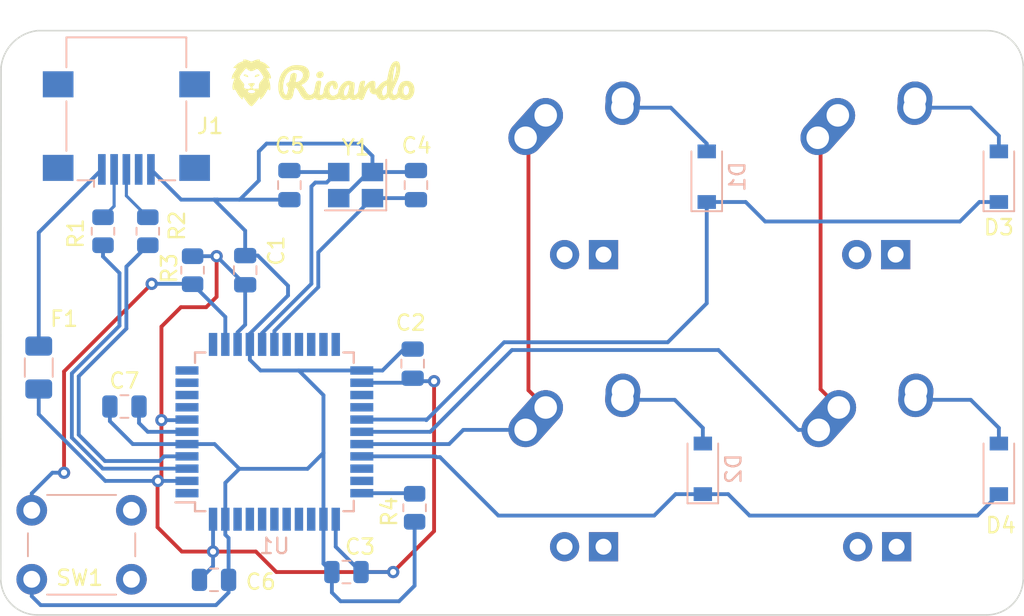
<source format=kicad_pcb>
(kicad_pcb (version 20211014) (generator pcbnew)
  (layers (0 "F.Cu" signal) (31 "B.Cu" signal) (34 "B.Paste" user) (35 "F.Paste" user) (36 "B.SilkS" user "B.Silkscreen") (37 "F.SilkS" user "F.Silkscreen") (38 "B.Mask" user) (39 "F.Mask" user) (44 "Edge.Cuts" user))
  (net 0 "")
  (net 1 "+5V")
  (net 2 "GND")
  (net 3 "Net-(C4-Pad2)")
  (net 4 "Net-(C5-Pad2)")
  (net 5 "Net-(C7-Pad1)")
  (net 6 "/ROW0")
  (net 7 "Net-(D1-Pad2)")
  (net 8 "/ROW1")
  (net 9 "Net-(D2-Pad2)")
  (net 10 "Net-(D3-Pad2)")
  (net 11 "Net-(D4-Pad2)")
  (net 12 "VCC")
  (net 13 "/COL0")
  (net 14 "/COL1")
  (net 15 "/D-")
  (net 16 "Net-(R1-Pad2)")
  (net 17 "/D+")
  (net 18 "Net-(R2-Pad2)")
  (net 19 "Net-(R3-Pad2)")
  (net 20 "Net-(R4-Pad1)")
  (footprint "LOGO" (layer "F.Cu") (at 60.706 82.804)
    (fp_text reference "G***" hide)
    (fp_text value "LOGO" hide)
  )
  (footprint "MX_Alps_Hybrid:MX-1U" (layer "F.Cu") (at 77.724 107.95)
    (fp_text reference "MX2")
    (fp_text value "MX-NoLED")
    (pad "" np_thru_hole circle locked (at -5.08 0 48.0996) (size 1.75 1.75) (drill 1.75) (layers *.Cu *.Mask))
    (pad "" np_thru_hole circle locked (at 5.08 0 48.0996) (size 1.75 1.75) (drill 1.75) (layers *.Cu *.Mask))
    (pad "" np_thru_hole circle locked (at 0 0) (size 3.9878 3.9878) (drill 3.9878) (layers *.Cu *.Mask))
    (pad "1" thru_hole oval locked (at -3.81 -2.54 48.0996) (size 4.211556 2.25) (drill 1.47 (offset 0.980778 0)) (layers *.Cu "B.Mask") (net 13 "/COL0"))
    (pad "1" thru_hole circle locked (at -2.5 -4) (size 2.25 2.25) (drill 1.47) (layers *.Cu "B.Mask") (net 13 "/COL0"))
    (pad "2" thru_hole oval locked (at 2.5 -4.5 86.0548) (size 2.831378 2.25) (drill 1.47 (offset 0.290689 0)) (layers *.Cu "B.Mask") (net 9 "Net-(D2-Pad2)"))
    (pad "2" thru_hole circle locked (at 2.54 -5.08) (size 2.25 2.25) (drill 1.47) (layers *.Cu "B.Mask") (net 9 "Net-(D2-Pad2)"))
    (pad "3" thru_hole circle locked (at -1.27 5.08) (size 1.905 1.905) (drill 1.04) (layers *.Cu "B.Mask"))
    (pad "4" thru_hole rect locked (at 1.27 5.08) (size 1.905 1.905) (drill 1.04) (layers *.Cu "B.Mask"))
  )
  (footprint "MX_Alps_Hybrid:MX-1U" (layer "F.Cu") (at 96.774 88.9)
    (fp_text reference "MX3")
    (fp_text value "MX-NoLED")
    (pad "" np_thru_hole circle locked (at 5.08 0 48.0996) (size 1.75 1.75) (drill 1.75) (layers *.Cu *.Mask))
    (pad "" np_thru_hole circle locked (at 0 0) (size 3.9878 3.9878) (drill 3.9878) (layers *.Cu *.Mask))
    (pad "" np_thru_hole circle locked (at -5.08 0 48.0996) (size 1.75 1.75) (drill 1.75) (layers *.Cu *.Mask))
    (pad "1" thru_hole oval locked (at -3.81 -2.54 48.0996) (size 4.211556 2.25) (drill 1.47 (offset 0.980778 0)) (layers *.Cu "B.Mask") (net 14 "/COL1"))
    (pad "1" thru_hole circle locked (at -2.5 -4) (size 2.25 2.25) (drill 1.47) (layers *.Cu "B.Mask") (net 14 "/COL1"))
    (pad "2" thru_hole oval locked (at 2.5 -4.5 86.0548) (size 2.831378 2.25) (drill 1.47 (offset 0.290689 0)) (layers *.Cu "B.Mask") (net 10 "Net-(D3-Pad2)"))
    (pad "2" thru_hole circle locked (at 2.54 -5.08) (size 2.25 2.25) (drill 1.47) (layers *.Cu "B.Mask") (net 10 "Net-(D3-Pad2)"))
    (pad "3" thru_hole circle locked (at -1.27 5.08) (size 1.905 1.905) (drill 1.04) (layers *.Cu "B.Mask"))
    (pad "4" thru_hole rect locked (at 1.27 5.08) (size 1.905 1.905) (drill 1.04) (layers *.Cu "B.Mask"))
  )
  (footprint "MX_Alps_Hybrid:MX-1U" (layer "F.Cu") (at 77.724 88.9)
    (fp_text reference "MX1")
    (fp_text value "MX-NoLED")
    (pad "" np_thru_hole circle locked (at 5.08 0 48.0996) (size 1.75 1.75) (drill 1.75) (layers *.Cu *.Mask))
    (pad "" np_thru_hole circle locked (at -5.08 0 48.0996) (size 1.75 1.75) (drill 1.75) (layers *.Cu *.Mask))
    (pad "" np_thru_hole circle locked (at 0 0) (size 3.9878 3.9878) (drill 3.9878) (layers *.Cu *.Mask))
    (pad "1" thru_hole circle locked (at -2.5 -4) (size 2.25 2.25) (drill 1.47) (layers *.Cu "B.Mask") (net 13 "/COL0"))
    (pad "1" thru_hole oval locked (at -3.81 -2.54 48.0996) (size 4.211556 2.25) (drill 1.47 (offset 0.980778 0)) (layers *.Cu "B.Mask") (net 13 "/COL0"))
    (pad "2" thru_hole oval locked (at 2.5 -4.5 86.0548) (size 2.831378 2.25) (drill 1.47 (offset 0.290689 0)) (layers *.Cu "B.Mask") (net 7 "Net-(D1-Pad2)"))
    (pad "2" thru_hole circle locked (at 2.54 -5.08) (size 2.25 2.25) (drill 1.47) (layers *.Cu "B.Mask") (net 7 "Net-(D1-Pad2)"))
    (pad "3" thru_hole circle locked (at -1.27 5.08) (size 1.905 1.905) (drill 1.04) (layers *.Cu "B.Mask"))
    (pad "4" thru_hole rect locked (at 1.27 5.08) (size 1.905 1.905) (drill 1.04) (layers *.Cu "B.Mask"))
  )
  (footprint "MX_Alps_Hybrid:MX-1U" (layer "F.Cu") (at 96.8375 107.95)
    (fp_text reference "MX4")
    (fp_text value "MX-NoLED")
    (pad "" np_thru_hole circle locked (at 0 0) (size 3.9878 3.9878) (drill 3.9878) (layers *.Cu *.Mask))
    (pad "" np_thru_hole circle locked (at 5.08 0 48.0996) (size 1.75 1.75) (drill 1.75) (layers *.Cu *.Mask))
    (pad "" np_thru_hole circle locked (at -5.08 0 48.0996) (size 1.75 1.75) (drill 1.75) (layers *.Cu *.Mask))
    (pad "1" thru_hole oval locked (at -3.81 -2.54 48.0996) (size 4.211556 2.25) (drill 1.47 (offset 0.980778 0)) (layers *.Cu "B.Mask") (net 14 "/COL1"))
    (pad "1" thru_hole circle locked (at -2.5 -4) (size 2.25 2.25) (drill 1.47) (layers *.Cu "B.Mask") (net 14 "/COL1"))
    (pad "2" thru_hole circle locked (at 2.54 -5.08) (size 2.25 2.25) (drill 1.47) (layers *.Cu "B.Mask") (net 11 "Net-(D4-Pad2)"))
    (pad "2" thru_hole oval locked (at 2.5 -4.5 86.0548) (size 2.831378 2.25) (drill 1.47 (offset 0.290689 0)) (layers *.Cu "B.Mask") (net 11 "Net-(D4-Pad2)"))
    (pad "3" thru_hole circle locked (at -1.27 5.08) (size 1.905 1.905) (drill 1.04) (layers *.Cu "B.Mask"))
    (pad "4" thru_hole rect locked (at 1.27 5.08) (size 1.905 1.905) (drill 1.04) (layers *.Cu "B.Mask"))
  )
  (footprint "Resistor_SMD:R_0805_2012Metric" (layer "B.Cu") (at 46.355 92.456 -90)
    (fp_text reference "R1" (at 0.1505 1.778 -270) (layer "F.SilkS"))
    (fp_text value "22")
    (pad "1" smd roundrect (at -0.9125 0 270) (size 1.025 1.4) (layers "B.Cu" "B.Paste" "B.Mask") (roundrect_rratio 0.243902) (net 15 "/D-"))
    (pad "2" smd roundrect (at 0.9125 0 270) (size 1.025 1.4) (layers "B.Cu" "B.Paste" "B.Mask") (roundrect_rratio 0.243902) (net 16 "Net-(R1-Pad2)"))
  )
  (footprint "Fuse:Fuse_1206_3216Metric" (layer "B.Cu") (at 42.164 101.346 -90)
    (fp_text reference "F1" (at -3.175 -1.651 -180) (layer "F.SilkS"))
    (fp_text value "500mA")
    (pad "1" smd roundrect (at -1.4 0 270) (size 1.25 1.75) (layers "B.Cu" "B.Paste" "B.Mask") (roundrect_rratio 0.2) (net 12 "VCC"))
    (pad "2" smd roundrect (at 1.4 0 270) (size 1.25 1.75) (layers "B.Cu" "B.Paste" "B.Mask") (roundrect_rratio 0.2) (net 1 "+5V"))
  )
  (footprint "Capacitor_SMD:C_0805_2012Metric" (layer "B.Cu") (at 53.594 115.189)
    (fp_text reference "C6" (at 3.048 0.127) (layer "F.SilkS"))
    (fp_text value "10uF")
    (pad "1" smd roundrect (at -0.95 0) (size 1 1.45) (layers "B.Cu" "B.Paste" "B.Mask") (net 1 "+5V"))
    (pad "2" smd roundrect (at 0.95 0) (size 1 1.45) (layers "B.Cu" "B.Paste" "B.Mask") (net 2 "GND"))
  )
  (footprint "Diode_SMD:D_SOD-123" (layer "B.Cu") (at 85.471 107.95 90)
    (fp_text reference "D2" (at 0 2 90) (layer "B.SilkS") (effects (justify mirror)))
    (fp_text value "D_Small")
    (pad "1" smd rect (at -1.65 0 90) (size 0.9 1.2) (layers "B.Cu" "B.Paste" "B.Mask") (net 8 "/ROW1"))
    (pad "2" smd rect (at 1.65 0 90) (size 0.9 1.2) (layers "B.Cu" "B.Paste" "B.Mask") (net 9 "Net-(D2-Pad2)"))
  )
  (footprint "Capacitor_SMD:C_0805_2012Metric" (layer "B.Cu") (at 66.548 101.092 90)
    (fp_text reference "C2" (at 2.667 -0.127) (layer "F.SilkS"))
    (fp_text value "0.1uF")
    (pad "1" smd roundrect (at -0.95 0 90) (size 1 1.45) (layers "B.Cu" "B.Paste" "B.Mask") (net 1 "+5V"))
    (pad "2" smd roundrect (at 0.95 0 90) (size 1 1.45) (layers "B.Cu" "B.Paste" "B.Mask") (net 2 "GND"))
  )
  (footprint "Connector_USB:USB_Mini-B_Lumberg_2486_01_Horizontal" (layer "B.Cu") (at 47.879 85.725)
    (fp_text reference "J1" (at 5.461 -0.127) (layer "F.SilkS"))
    (fp_text value "USB_B_Mini")
    (pad "" np_thru_hole circle (at 2.2 0) (size 1 1) (drill 1) (layers *.Cu *.Mask))
    (pad "" np_thru_hole circle (at -2.2 0) (size 1 1) (drill 1) (layers *.Cu *.Mask))
    (pad "1" smd rect (at -1.6 2.7) (size 0.5 2) (layers "B.Cu" "B.Paste" "B.Mask") (net 12 "VCC"))
    (pad "2" smd rect (at -0.8 2.7) (size 0.5 2) (layers "B.Cu" "B.Paste" "B.Mask") (net 15 "/D-"))
    (pad "3" smd rect (at 0 2.7) (size 0.5 2) (layers "B.Cu" "B.Paste" "B.Mask") (net 17 "/D+"))
    (pad "4" smd rect (at 0.8 2.7) (size 0.5 2) (layers "B.Cu" "B.Paste" "B.Mask"))
    (pad "5" smd rect (at 1.6 2.7) (size 0.5 2) (layers "B.Cu" "B.Paste" "B.Mask") (net 2 "GND"))
    (pad "6" smd rect (at -4.45 2.6) (size 2 1.7) (layers "B.Cu" "B.Paste" "B.Mask"))
    (pad "6" smd rect (at 4.45 -2.85) (size 2 1.7) (layers "B.Cu" "B.Paste" "B.Mask"))
    (pad "6" smd rect (at -4.45 -2.85) (size 2 1.7) (layers "B.Cu" "B.Paste" "B.Mask"))
    (pad "6" smd rect (at 4.45 2.6) (size 2 1.7) (layers "B.Cu" "B.Paste" "B.Mask"))
  )
  (footprint "Resistor_SMD:R_0805_2012Metric" (layer "B.Cu") (at 66.675 110.49 -90)
    (fp_text reference "R4" (at 0.254 1.651 -90) (layer "F.SilkS"))
    (fp_text value "10K")
    (pad "1" smd roundrect (at -0.9125 0 270) (size 1.025 1.4) (layers "B.Cu" "B.Paste" "B.Mask") (roundrect_rratio 0.243902) (net 20 "Net-(R4-Pad1)"))
    (pad "2" smd roundrect (at 0.9125 0 270) (size 1.025 1.4) (layers "B.Cu" "B.Paste" "B.Mask") (roundrect_rratio 0.243902) (net 2 "GND"))
  )
  (footprint "Capacitor_SMD:C_0805_2012Metric" (layer "B.Cu") (at 55.626 94.996 90)
    (fp_text reference "C1" (at 1.27 2.032 90) (layer "F.SilkS"))
    (fp_text value "0.1uF")
    (pad "1" smd roundrect (at -0.95 0 90) (size 1 1.45) (layers "B.Cu" "B.Paste" "B.Mask") (net 1 "+5V"))
    (pad "2" smd roundrect (at 0.95 0 90) (size 1 1.45) (layers "B.Cu" "B.Paste" "B.Mask") (net 2 "GND"))
  )
  (footprint "Package_QFP:TQFP-44_10x10mm_P0.8mm" (layer "B.Cu") (at 57.531 105.537)
    (fp_text reference "U1" (at 0 7.45) (layer "B.SilkS") (effects (justify mirror)))
    (fp_text value "ATmega32U4-A")
    (pad "1" smd rect (at -5.7 4) (size 1.5 0.55) (layers "B.Cu" "B.Paste" "B.Mask"))
    (pad "2" smd rect (at -5.7 3.2) (size 1.5 0.55) (layers "B.Cu" "B.Paste" "B.Mask") (net 1 "+5V"))
    (pad "3" smd rect (at -5.7 2.4) (size 1.5 0.55) (layers "B.Cu" "B.Paste" "B.Mask") (net 16 "Net-(R1-Pad2)"))
    (pad "4" smd rect (at -5.7 1.6) (size 1.5 0.55) (layers "B.Cu" "B.Paste" "B.Mask") (net 18 "Net-(R2-Pad2)"))
    (pad "5" smd rect (at -5.7 0.8) (size 1.5 0.55) (layers "B.Cu" "B.Paste" "B.Mask") (net 2 "GND"))
    (pad "6" smd rect (at -5.7 0) (size 1.5 0.55) (layers "B.Cu" "B.Paste" "B.Mask") (net 5 "Net-(C7-Pad1)"))
    (pad "7" smd rect (at -5.7 -0.8) (size 1.5 0.55) (layers "B.Cu" "B.Paste" "B.Mask") (net 1 "+5V"))
    (pad "8" smd rect (at -5.7 -1.6) (size 1.5 0.55) (layers "B.Cu" "B.Paste" "B.Mask"))
    (pad "9" smd rect (at -5.7 -2.4) (size 1.5 0.55) (layers "B.Cu" "B.Paste" "B.Mask"))
    (pad "10" smd rect (at -5.7 -3.2) (size 1.5 0.55) (layers "B.Cu" "B.Paste" "B.Mask"))
    (pad "11" smd rect (at -5.7 -4) (size 1.5 0.55) (layers "B.Cu" "B.Paste" "B.Mask"))
    (pad "12" smd rect (at -4 -5.7 270) (size 1.5 0.55) (layers "B.Cu" "B.Paste" "B.Mask"))
    (pad "13" smd rect (at -3.2 -5.7 270) (size 1.5 0.55) (layers "B.Cu" "B.Paste" "B.Mask") (net 19 "Net-(R3-Pad2)"))
    (pad "14" smd rect (at -2.4 -5.7 270) (size 1.5 0.55) (layers "B.Cu" "B.Paste" "B.Mask") (net 1 "+5V"))
    (pad "15" smd rect (at -1.6 -5.7 270) (size 1.5 0.55) (layers "B.Cu" "B.Paste" "B.Mask") (net 2 "GND"))
    (pad "16" smd rect (at -0.8 -5.7 270) (size 1.5 0.55) (layers "B.Cu" "B.Paste" "B.Mask") (net 4 "Net-(C5-Pad2)"))
    (pad "17" smd rect (at 0 -5.7 270) (size 1.5 0.55) (layers "B.Cu" "B.Paste" "B.Mask") (net 3 "Net-(C4-Pad2)"))
    (pad "18" smd rect (at 0.8 -5.7 270) (size 1.5 0.55) (layers "B.Cu" "B.Paste" "B.Mask"))
    (pad "19" smd rect (at 1.6 -5.7 270) (size 1.5 0.55) (layers "B.Cu" "B.Paste" "B.Mask"))
    (pad "20" smd rect (at 2.4 -5.7 270) (size 1.5 0.55) (layers "B.Cu" "B.Paste" "B.Mask"))
    (pad "21" smd rect (at 3.2 -5.7 270) (size 1.5 0.55) (layers "B.Cu" "B.Paste" "B.Mask"))
    (pad "22" smd rect (at 4 -5.7 270) (size 1.5 0.55) (layers "B.Cu" "B.Paste" "B.Mask"))
    (pad "23" smd rect (at 5.7 -4) (size 1.5 0.55) (layers "B.Cu" "B.Paste" "B.Mask") (net 2 "GND"))
    (pad "24" smd rect (at 5.7 -3.2) (size 1.5 0.55) (layers "B.Cu" "B.Paste" "B.Mask") (net 1 "+5V"))
    (pad "25" smd rect (at 5.7 -2.4) (size 1.5 0.55) (layers "B.Cu" "B.Paste" "B.Mask"))
    (pad "26" smd rect (at 5.7 -1.6) (size 1.5 0.55) (layers "B.Cu" "B.Paste" "B.Mask"))
    (pad "27" smd rect (at 5.7 -0.8) (size 1.5 0.55) (layers "B.Cu" "B.Paste" "B.Mask") (net 6 "/ROW0"))
    (pad "28" smd rect (at 5.7 0) (size 1.5 0.55) (layers "B.Cu" "B.Paste" "B.Mask") (net 14 "/COL1"))
    (pad "29" smd rect (at 5.7 0.8) (size 1.5 0.55) (layers "B.Cu" "B.Paste" "B.Mask") (net 13 "/COL0"))
    (pad "30" smd rect (at 5.7 1.6) (size 1.5 0.55) (layers "B.Cu" "B.Paste" "B.Mask") (net 8 "/ROW1"))
    (pad "31" smd rect (at 5.7 2.4) (size 1.5 0.55) (layers "B.Cu" "B.Paste" "B.Mask"))
    (pad "32" smd rect (at 5.7 3.2) (size 1.5 0.55) (layers "B.Cu" "B.Paste" "B.Mask"))
    (pad "33" smd rect (at 5.7 4) (size 1.5 0.55) (layers "B.Cu" "B.Paste" "B.Mask") (net 20 "Net-(R4-Pad1)"))
    (pad "34" smd rect (at 4 5.7 270) (size 1.5 0.55) (layers "B.Cu" "B.Paste" "B.Mask") (net 1 "+5V"))
    (pad "35" smd rect (at 3.2 5.7 270) (size 1.5 0.55) (layers "B.Cu" "B.Paste" "B.Mask") (net 2 "GND"))
    (pad "36" smd rect (at 2.4 5.7 270) (size 1.5 0.55) (layers "B.Cu" "B.Paste" "B.Mask"))
    (pad "37" smd rect (at 1.6 5.7 270) (size 1.5 0.55) (layers "B.Cu" "B.Paste" "B.Mask"))
    (pad "38" smd rect (at 0.8 5.7 270) (size 1.5 0.55) (layers "B.Cu" "B.Paste" "B.Mask"))
    (pad "39" smd rect (at 0 5.7 270) (size 1.5 0.55) (layers "B.Cu" "B.Paste" "B.Mask"))
    (pad "40" smd rect (at -0.8 5.7 270) (size 1.5 0.55) (layers "B.Cu" "B.Paste" "B.Mask"))
    (pad "41" smd rect (at -1.6 5.7 270) (size 1.5 0.55) (layers "B.Cu" "B.Paste" "B.Mask"))
    (pad "42" smd rect (at -2.4 5.7 270) (size 1.5 0.55) (layers "B.Cu" "B.Paste" "B.Mask"))
    (pad "43" smd rect (at -3.2 5.7 270) (size 1.5 0.55) (layers "B.Cu" "B.Paste" "B.Mask") (net 2 "GND"))
    (pad "44" smd rect (at -4 5.7 270) (size 1.5 0.55) (layers "B.Cu" "B.Paste" "B.Mask") (net 1 "+5V"))
  )
  (footprint "Capacitor_SMD:C_0805_2012Metric" (layer "B.Cu") (at 47.752 103.886 180)
    (fp_text reference "C7" (at 0 1.68) (layer "F.SilkS"))
    (fp_text value "1uF")
    (pad "1" smd roundrect (at -0.95 0 180) (size 1 1.45) (layers "B.Cu" "B.Paste" "B.Mask") (net 5 "Net-(C7-Pad1)"))
    (pad "2" smd roundrect (at 0.95 0 180) (size 1 1.45) (layers "B.Cu" "B.Paste" "B.Mask") (net 2 "GND"))
  )
  (footprint "Button_Switch_THT:SW_PUSH_6mm" (layer "B.Cu") (at 41.708 115.153)
    (fp_text reference "SW1" (at 3.123 -0.091) (layer "F.SilkS"))
    (fp_text value "SW_Push")
    (pad "1" thru_hole circle (at 6.5 0 270) (size 2 2) (drill 1.1) (layers *.Cu *.Mask) (net 2 "GND"))
    (pad "1" thru_hole circle (at 0 0 270) (size 2 2) (drill 1.1) (layers *.Cu *.Mask) (net 2 "GND"))
    (pad "2" thru_hole circle (at 0 -4.5 270) (size 2 2) (drill 1.1) (layers *.Cu *.Mask) (net 19 "Net-(R3-Pad2)"))
    (pad "2" thru_hole circle (at 6.5 -4.5 270) (size 2 2) (drill 1.1) (layers *.Cu *.Mask) (net 19 "Net-(R3-Pad2)"))
  )
  (footprint "Diode_SMD:D_SOD-123" (layer "B.Cu") (at 104.775 107.95 90)
    (fp_text reference "D4" (at -3.683 0.127 180) (layer "F.SilkS"))
    (fp_text value "D_Small")
    (pad "1" smd rect (at -1.65 0 90) (size 0.9 1.2) (layers "B.Cu" "B.Paste" "B.Mask") (net 8 "/ROW1"))
    (pad "2" smd rect (at 1.65 0 90) (size 0.9 1.2) (layers "B.Cu" "B.Paste" "B.Mask") (net 11 "Net-(D4-Pad2)"))
  )
  (footprint "Resistor_SMD:R_0805_2012Metric" (layer "B.Cu") (at 52.197 94.996 -90)
    (fp_text reference "R3" (at -0.127 1.524 -270) (layer "F.SilkS"))
    (fp_text value "10K")
    (pad "1" smd roundrect (at -0.9125 0 270) (size 1.025 1.4) (layers "B.Cu" "B.Paste" "B.Mask") (roundrect_rratio 0.243902) (net 1 "+5V"))
    (pad "2" smd roundrect (at 0.9125 0 270) (size 1.025 1.4) (layers "B.Cu" "B.Paste" "B.Mask") (roundrect_rratio 0.243902) (net 19 "Net-(R3-Pad2)"))
  )
  (footprint "Capacitor_SMD:C_0805_2012Metric" (layer "B.Cu") (at 62.23 114.681 180)
    (fp_text reference "C3" (at -0.889 1.651) (layer "F.SilkS"))
    (fp_text value "0.1uF")
    (pad "1" smd roundrect (at -0.95 0 180) (size 1 1.45) (layers "B.Cu" "B.Paste" "B.Mask") (net 1 "+5V"))
    (pad "2" smd roundrect (at 0.95 0 180) (size 1 1.45) (layers "B.Cu" "B.Paste" "B.Mask") (net 2 "GND"))
  )
  (footprint "Crystal:Crystal_SMD_3225-4Pin_3.2x2.5mm" (layer "B.Cu") (at 62.826 89.447 180)
    (fp_text reference "Y1" (at 0 2.45) (layer "F.SilkS"))
    (fp_text value "16MHz")
    (pad "1" smd rect (at -1.1 -0.85 180) (size 1.4 1.2) (layers "B.Cu" "B.Paste" "B.Mask") (net 3 "Net-(C4-Pad2)"))
    (pad "2" smd rect (at 1.1 -0.85 180) (size 1.4 1.2) (layers "B.Cu" "B.Paste" "B.Mask") (net 2 "GND"))
    (pad "3" smd rect (at 1.1 0.85 180) (size 1.4 1.2) (layers "B.Cu" "B.Paste" "B.Mask") (net 4 "Net-(C5-Pad2)"))
    (pad "4" smd rect (at -1.1 0.85 180) (size 1.4 1.2) (layers "B.Cu" "B.Paste" "B.Mask") (net 2 "GND"))
  )
  (footprint "Capacitor_SMD:C_0805_2012Metric" (layer "B.Cu") (at 58.508 89.447 90)
    (fp_text reference "C5" (at 2.579 0.039 180) (layer "F.SilkS"))
    (fp_text value "22pF")
    (pad "1" smd roundrect (at -0.95 0 90) (size 1 1.45) (layers "B.Cu" "B.Paste" "B.Mask") (net 2 "GND"))
    (pad "2" smd roundrect (at 0.95 0 90) (size 1 1.45) (layers "B.Cu" "B.Paste" "B.Mask") (net 4 "Net-(C5-Pad2)"))
  )
  (footprint "Resistor_SMD:R_0805_2012Metric" (layer "B.Cu") (at 49.276 92.456 -90)
    (fp_text reference "R2" (at -0.3575 -1.905 -270) (layer "F.SilkS"))
    (fp_text value "22")
    (pad "1" smd roundrect (at -0.9125 0 270) (size 1.025 1.4) (layers "B.Cu" "B.Paste" "B.Mask") (roundrect_rratio 0.243902) (net 17 "/D+"))
    (pad "2" smd roundrect (at 0.9125 0 270) (size 1.025 1.4) (layers "B.Cu" "B.Paste" "B.Mask") (roundrect_rratio 0.243902) (net 18 "Net-(R2-Pad2)"))
  )
  (footprint "Diode_SMD:D_SOD-123" (layer "B.Cu") (at 104.775 88.9 90)
    (fp_text reference "D3" (at -3.302 0 180) (layer "F.SilkS"))
    (fp_text value "D_Small")
    (pad "1" smd rect (at -1.65 0 90) (size 0.9 1.2) (layers "B.Cu" "B.Paste" "B.Mask") (net 6 "/ROW0"))
    (pad "2" smd rect (at 1.65 0 90) (size 0.9 1.2) (layers "B.Cu" "B.Paste" "B.Mask") (net 10 "Net-(D3-Pad2)"))
  )
  (footprint "Diode_SMD:D_SOD-123" (layer "B.Cu") (at 85.725 88.9 90)
    (fp_text reference "D1" (at 0 2 90) (layer "B.SilkS") (effects (justify mirror)))
    (fp_text value "D_Small")
    (pad "1" smd rect (at -1.65 0 90) (size 0.9 1.2) (layers "B.Cu" "B.Paste" "B.Mask") (net 6 "/ROW0"))
    (pad "2" smd rect (at 1.65 0 90) (size 0.9 1.2) (layers "B.Cu" "B.Paste" "B.Mask") (net 7 "Net-(D1-Pad2)"))
  )
  (footprint "Capacitor_SMD:C_0805_2012Metric" (layer "B.Cu") (at 66.763 89.447 -90)
    (fp_text reference "C4" (at -2.579 -0.039 -180) (layer "F.SilkS"))
    (fp_text value "22pF")
    (pad "1" smd roundrect (at -0.95 0 270) (size 1 1.45) (layers "B.Cu" "B.Paste" "B.Mask") (net 2 "GND"))
    (pad "2" smd roundrect (at 0.95 0 270) (size 1 1.45) (layers "B.Cu" "B.Paste" "B.Mask") (net 3 "Net-(C4-Pad2)"))
  )
  (gr_arc (start 103.98125 79.375) (mid 105.665048 80.072452) (end 106.3625 81.75625) (layer "Edge.Cuts") (width 0.1))
  (gr_line (start 106.3625 81.75625) (end 106.3625 115.09375) (layer "Edge.Cuts") (width 0.1))
  (gr_arc (start 42.06875 117.475) (mid 40.384952 116.777548) (end 39.6875 115.09375) (layer "Edge.Cuts") (width 0.1))
  (gr_line (start 42.088763 79.375) (end 103.98125 79.375) (layer "Edge.Cuts") (width 0.1))
  (gr_arc (start 39.707513 81.75625) (mid 40.481253 80.14874) (end 42.088763 79.375) (layer "Edge.Cuts") (width 0.1))
  (gr_line (start 39.707513 81.75625) (end 39.6875 115.09375) (layer "Edge.Cuts") (width 0.1))
  (gr_line (start 103.98125 117.475) (end 42.06875 117.475) (layer "Edge.Cuts") (width 0.1))
  (gr_arc (start 106.3625 115.09375) (mid 105.665048 116.777548) (end 103.98125 117.475) (layer "Edge.Cuts") (width 0.1))
  (segment (start 67.945 112.014) (end 67.945 102.362) (width 0.25) (layer "F.Cu") (net 1))
  (segment (start 53.531 113.347) (end 51.498 113.347) (width 0.25) (layer "F.Cu") (net 1))
  (segment (start 53.7635 96.7315) (end 53.7635 94.0835) (width 0.25) (layer "F.Cu") (net 1))
  (segment (start 49.911 111.76) (end 49.911 108.762) (width 0.25) (layer "F.Cu") (net 1))
  (segment (start 65.278 114.681) (end 67.945 112.014) (width 0.25) (layer "F.Cu") (net 1))
  (segment (start 57.658 114.681) (end 56.324 113.347) (width 0.25) (layer "F.Cu") (net 1))
  (segment (start 65.278 114.681) (end 57.658 114.681) (width 0.25) (layer "F.Cu") (net 1))
  (segment (start 49.911 108.762) (end 49.936 108.737) (width 0.25) (layer "F.Cu") (net 1))
  (segment (start 50.165 98.679) (end 51.435 97.409) (width 0.25) (layer "F.Cu") (net 1))
  (segment (start 53.086 97.409) (end 53.7635 96.7315) (width 0.25) (layer "F.Cu") (net 1))
  (segment (start 67.945 102.362) (end 67.945 102.235) (width 0.25) (layer "F.Cu") (net 1))
  (segment (start 51.435 97.409) (end 53.086 97.409) (width 0.25) (layer "F.Cu") (net 1))
  (segment (start 50.165 104.775) (end 50.165 98.679) (width 0.25) (layer "F.Cu") (net 1))
  (segment (start 56.324 113.347) (end 53.531 113.347) (width 0.25) (layer "F.Cu") (net 1))
  (segment (start 51.498 113.347) (end 49.911 111.76) (width 0.25) (layer "F.Cu") (net 1))
  (segment (start 50.165 108.508) (end 50.165 104.775) (width 0.25) (layer "F.Cu") (net 1))
  (segment (start 49.936 108.737) (end 50.165 108.508) (width 0.25) (layer "F.Cu") (net 1))
  (via (at 67.945 102.235) (size 0.8) (drill 0.4) (layers "F.Cu" "B.Cu") (net 1))
  (via (at 49.936 108.737) (size 0.8) (drill 0.4) (layers "F.Cu" "B.Cu") (net 1))
  (via (at 65.278 114.681) (size 0.8) (drill 0.4) (layers "F.Cu" "B.Cu") (net 1))
  (via (at 53.531 113.347) (size 0.8) (drill 0.4) (layers "F.Cu" "B.Cu") (net 1))
  (via (at 53.7635 94.0835) (size 0.8) (drill 0.4) (layers "F.Cu" "B.Cu") (net 1))
  (via (at 50.165 104.775) (size 0.8) (drill 0.4) (layers "F.Cu" "B.Cu") (net 1))
  (segment (start 55.131 99.047) (end 55.626 98.552) (width 0.25) (layer "B.Cu") (net 1))
  (segment (start 46.505604 108.737) (end 42.164 104.395396) (width 0.25) (layer "B.Cu") (net 1))
  (segment (start 52.197 94.0835) (end 53.7635 94.0835) (width 0.25) (layer "B.Cu") (net 1))
  (segment (start 53.531 113.347) (end 53.531 111.237) (width 0.25) (layer "B.Cu") (net 1))
  (segment (start 55.626 95.946) (end 55.626 98.552) (width 0.25) (layer "B.Cu") (net 1))
  (segment (start 53.7635 94.0835) (end 55.626 95.946) (width 0.25) (layer "B.Cu") (net 1))
  (segment (start 61.531 113.032) (end 63.18 114.681) (width 0.25) (layer "B.Cu") (net 1))
  (segment (start 42.164 104.395396) (end 42.164 102.746) (width 0.25) (layer "B.Cu") (net 1))
  (segment (start 55.131 99.837) (end 55.131 99.047) (width 0.25) (layer "B.Cu") (net 1))
  (segment (start 67.945 102.235) (end 66.741 102.235) (width 0.25) (layer "B.Cu") (net 1))
  (segment (start 50.165 104.775) (end 51.793 104.775) (width 0.25) (layer "B.Cu") (net 1))
  (segment (start 66.741 102.235) (end 66.548 102.042) (width 0.25) (layer "B.Cu") (net 1))
  (segment (start 53.531 114.302) (end 53.531 113.347) (width 0.25) (layer "B.Cu") (net 1))
  (segment (start 52.644 115.189) (end 53.531 114.302) (width 0.25) (layer "B.Cu") (net 1))
  (segment (start 61.531 111.237) (end 61.531 113.032) (width 0.25) (layer "B.Cu") (net 1))
  (segment (start 51.793 104.775) (end 51.831 104.737) (width 0.25) (layer "B.Cu") (net 1))
  (segment (start 66.548 102.042) (end 66.253 102.337) (width 0.25) (layer "B.Cu") (net 1))
  (segment (start 66.253 102.337) (end 63.231 102.337) (width 0.25) (layer "B.Cu") (net 1))
  (segment (start 49.936 108.737) (end 46.505604 108.737) (width 0.25) (layer "B.Cu") (net 1))
  (segment (start 51.831 108.737) (end 49.936 108.737) (width 0.25) (layer "B.Cu") (net 1))
  (segment (start 63.18 114.681) (end 65.278 114.681) (width 0.25) (layer "B.Cu") (net 1))
  (segment (start 55.626 92.421) (end 53.602 90.397) (width 0.25) (layer "B.Cu") (net 2))
  (segment (start 63.926 87.548) (end 63.119 86.741) (width 0.25) (layer "B.Cu") (net 2))
  (segment (start 54.331 112.248) (end 54.331 111.237) (width 0.25) (layer "B.Cu") (net 2))
  (segment (start 63.926 88.597) (end 63.676 88.597) (width 0.25) (layer "B.Cu") (net 2))
  (segment (start 55.931 99.837) (end 55.931 100.837) (width 0.25) (layer "B.Cu") (net 2))
  (segment (start 63.119 86.741) (end 57.023 86.741) (width 0.25) (layer "B.Cu") (net 2))
  (segment (start 53.602 90.397) (end 53.821 90.397) (width 0.25) (layer "B.Cu") (net 2))
  (segment (start 41.708 116.257) (end 42.291 116.84) (width 0.25) (layer "B.Cu") (net 2))
  (segment (start 55.218 90.397) (end 58.508 90.397) (width 0.25) (layer "B.Cu") (net 2))
  (segment (start 60.731 106.909) (end 60.731 103.149) (width 0.25) (layer "B.Cu") (net 2))
  (segment (start 66.663 88.597) (end 63.926 88.597) (width 0.25) (layer "B.Cu") (net 2))
  (segment (start 64.579 101.537) (end 63.231 101.537) (width 0.25) (layer "B.Cu") (net 2))
  (segment (start 56.454 94.046) (end 55.626 94.046) (width 0.25) (layer "B.Cu") (net 2))
  (segment (start 61.28 114.681) (end 61.28 116.017) (width 0.25) (layer "B.Cu") (net 2))
  (segment (start 65.659 116.586) (end 61.849 116.586) (width 0.25) (layer "B.Cu") (net 2))
  (segment (start 63.926 88.597) (end 63.926 87.548) (width 0.25) (layer "B.Cu") (net 2))
  (segment (start 49.479 88.425) (end 51.451 90.397) (width 0.25) (layer "B.Cu") (net 2))
  (segment (start 59.69 107.95) (end 60.731 106.909) (width 0.25) (layer "B.Cu") (net 2))
  (segment (start 66.548 100.142) (end 65.974 100.142) (width 0.25) (layer "B.Cu") (net 2))
  (segment (start 55.272 90.397) (end 55.218 90.397) (width 0.25) (layer "B.Cu") (net 2))
  (segment (start 60.731 114.132) (end 61.28 114.681) (width 0.25) (layer "B.Cu") (net 2))
  (segment (start 54.331 111.237) (end 54.331 108.864) (width 0.25) (layer "B.Cu") (net 2))
  (segment (start 61.28 116.017) (end 61.849 116.586) (width 0.25) (layer "B.Cu") (net 2))
  (segment (start 56.515 87.249) (end 56.515 89.154) (width 0.25) (layer "B.Cu") (net 2))
  (segment (start 48.298 106.337) (end 51.831 106.337) (width 0.25) (layer "B.Cu") (net 2))
  (segment (start 46.802 104.841) (end 48.298 106.337) (width 0.25) (layer "B.Cu") (net 2))
  (segment (start 66.763 88.497) (end 66.663 88.597) (width 0.25) (layer "B.Cu") (net 2))
  (segment (start 54.331 108.864) (end 55.245 107.95) (width 0.25) (layer "B.Cu") (net 2))
  (segment (start 53.821 90.397) (end 55.218 90.397) (width 0.25) (layer "B.Cu") (net 2))
  (segment (start 55.931 100.837) (end 56.631 101.537) (width 0.25) (layer "B.Cu") (net 2))
  (segment (start 53.632 106.337) (end 55.245 107.95) (width 0.25) (layer "B.Cu") (net 2))
  (segment (start 56.631 101.537) (end 59.119 101.537) (width 0.25) (layer "B.Cu") (net 2))
  (segment (start 66.675 115.57) (end 65.659 116.586) (width 0.25) (layer "B.Cu") (net 2))
  (segment (start 53.721 116.84) (end 54.544 116.017) (width 0.25) (layer "B.Cu") (net 2))
  (segment (start 60.731 103.149) (end 59.119 101.537) (width 0.25) (layer "B.Cu") (net 2))
  (segment (start 51.831 106.337) (end 53.632 106.337) (width 0.25) (layer "B.Cu") (net 2))
  (segment (start 54.544 115.189) (end 54.544 112.461) (width 0.25) (layer "B.Cu") (net 2))
  (segment (start 54.544 112.461) (end 54.331 112.248) (width 0.25) (layer "B.Cu") (net 2))
  (segment (start 41.708 115.153) (end 41.708 116.257) (width 0.25) (layer "B.Cu") (net 2))
  (segment (start 65.974 100.142) (end 64.579 101.537) (width 0.25) (layer "B.Cu") (net 2))
  (segment (start 57.023 86.741) (end 56.515 87.249) (width 0.25) (layer "B.Cu") (net 2))
  (segment (start 54.544 116.017) (end 54.544 115.189) (width 0.25) (layer "B.Cu") (net 2))
  (segment (start 46.802 103.886) (end 46.802 104.841) (width 0.25) (layer "B.Cu") (net 2))
  (segment (start 55.931 99.136) (end 58.42 96.647) (width 0.25) (layer "B.Cu") (net 2))
  (segment (start 55.245 107.95) (end 59.69 107.95) (width 0.25) (layer "B.Cu") (net 2))
  (segment (start 56.515 89.154) (end 55.272 90.397) (width 0.25) (layer "B.Cu") (net 2))
  (segment (start 63.676 88.597) (end 61.976 90.297) (width 0.25) (layer "B.Cu") (net 2))
  (segment (start 58.42 96.012) (end 56.454 94.046) (width 0.25) (layer "B.Cu") (net 2))
  (segment (start 55.931 99.837) (end 55.931 99.136) (width 0.25) (layer "B.Cu") (net 2))
  (segment (start 66.675 111.4025) (end 66.675 115.57) (width 0.25) (layer "B.Cu") (net 2))
  (segment (start 60.731 111.237) (end 60.731 106.909) (width 0.25) (layer "B.Cu") (net 2))
  (segment (start 58.42 96.647) (end 58.42 96.012) (width 0.25) (layer "B.Cu") (net 2))
  (segment (start 59.119 101.537) (end 63.231 101.537) (width 0.25) (layer "B.Cu") (net 2))
  (segment (start 55.626 94.046) (end 55.626 92.421) (width 0.25) (layer "B.Cu") (net 2))
  (segment (start 61.976 90.297) (end 61.726 90.297) (width 0.25) (layer "B.Cu") (net 2))
  (segment (start 60.731 111.237) (end 60.731 114.132) (width 0.25) (layer "B.Cu") (net 2))
  (segment (start 42.291 116.84) (end 53.721 116.84) (width 0.25) (layer "B.Cu") (net 2))
  (segment (start 51.451 90.397) (end 53.821 90.397) (width 0.25) (layer "B.Cu") (net 2))
  (segment (start 60.394 93.829) (end 60.394 96.099) (width 0.25) (layer "B.Cu") (net 3))
  (segment (start 66.663 90.297) (end 63.926 90.297) (width 0.25) (layer "B.Cu") (net 3))
  (segment (start 63.926 90.297) (end 60.394 93.829) (width 0.25) (layer "B.Cu") (net 3))
  (segment (start 60.394 96.099) (end 57.531 98.962) (width 0.25) (layer "B.Cu") (net 3))
  (segment (start 66.763 90.397) (end 66.663 90.297) (width 0.25) (layer "B.Cu") (net 3))
  (segment (start 57.531 98.962) (end 57.531 99.837) (width 0.25) (layer "B.Cu") (net 3))
  (segment (start 61.626 88.597) (end 60.942 89.281) (width 0.25) (layer "B.Cu") (net 4))
  (segment (start 59.944 89.535) (end 59.944 95.885) (width 0.25) (layer "B.Cu") (net 4))
  (segment (start 58.508 88.497) (end 58.608 88.597) (width 0.25) (layer "B.Cu") (net 4))
  (segment (start 60.942 89.281) (end 60.198 89.281) (width 0.25) (layer "B.Cu") (net 4))
  (segment (start 61.726 88.597) (end 61.626 88.597) (width 0.25) (layer "B.Cu") (net 4))
  (segment (start 58.608 88.597) (end 61.726 88.597) (width 0.25) (layer "B.Cu") (net 4))
  (segment (start 56.731 99.837) (end 56.731 99.098) (width 0.25) (layer "B.Cu") (net 4))
  (segment (start 60.198 89.281) (end 59.944 89.535) (width 0.25) (layer "B.Cu") (net 4))
  (segment (start 56.731 99.098) (end 59.944 95.885) (width 0.25) (layer "B.Cu") (net 4))
  (segment (start 48.702 104.963) (end 49.276 105.537) (width 0.25) (layer "B.Cu") (net 5))
  (segment (start 48.702 103.886) (end 48.702 104.963) (width 0.25) (layer "B.Cu") (net 5))
  (segment (start 49.276 105.537) (end 51.831 105.537) (width 0.25) (layer "B.Cu") (net 5))
  (segment (start 85.725 90.55) (end 85.725 97.155) (width 0.25) (layer "B.Cu") (net 6))
  (segment (start 89.535 91.821) (end 102.235 91.821) (width 0.25) (layer "B.Cu") (net 6))
  (segment (start 102.235 91.821) (end 103.506 90.55) (width 0.25) (layer "B.Cu") (net 6))
  (segment (start 83.185 99.695) (end 72.517 99.695) (width 0.25) (layer "B.Cu") (net 6))
  (segment (start 85.725 97.155) (end 83.185 99.695) (width 0.25) (layer "B.Cu") (net 6))
  (segment (start 67.399 104.737) (end 63.231 104.737) (width 0.25) (layer "B.Cu") (net 6))
  (segment (start 72.517 99.695) (end 67.437 104.775) (width 0.25) (layer "B.Cu") (net 6))
  (segment (start 103.506 90.55) (end 104.775 90.55) (width 0.25) (layer "B.Cu") (net 6))
  (segment (start 85.725 90.55) (end 88.264 90.55) (width 0.25) (layer "B.Cu") (net 6))
  (segment (start 88.264 90.55) (end 89.535 91.821) (width 0.25) (layer "B.Cu") (net 6))
  (segment (start 67.437 104.775) (end 67.399 104.737) (width 0.25) (layer "B.Cu") (net 6))
  (segment (start 80.224 84.4) (end 83.384 84.4) (width 0.25) (layer "B.Cu") (net 7))
  (segment (start 83.384 84.4) (end 85.725 86.741) (width 0.25) (layer "B.Cu") (net 7))
  (segment (start 85.725 86.741) (end 85.725 87.25) (width 0.25) (layer "B.Cu") (net 7))
  (segment (start 82.296 110.998) (end 72.136 110.998) (width 0.25) (layer "B.Cu") (net 8))
  (segment (start 103.377 110.998) (end 104.775 109.6) (width 0.25) (layer "B.Cu") (net 8))
  (segment (start 85.471 109.6) (end 83.694 109.6) (width 0.25) (layer "B.Cu") (net 8))
  (segment (start 68.021 107.137) (end 63.231 107.137) (width 0.25) (layer "B.Cu") (net 8))
  (segment (start 72.136 110.998) (end 68.326 107.188) (width 0.25) (layer "B.Cu") (net 8))
  (segment (start 68.326 107.188) (end 68.072 107.188) (width 0.25) (layer "B.Cu") (net 8))
  (segment (start 85.471 109.6) (end 87.121 109.6) (width 0.25) (layer "B.Cu") (net 8))
  (segment (start 68.072 107.188) (end 68.021 107.137) (width 0.25) (layer "B.Cu") (net 8))
  (segment (start 83.694 109.6) (end 82.296 110.998) (width 0.25) (layer "B.Cu") (net 8))
  (segment (start 88.519 110.998) (end 103.377 110.998) (width 0.25) (layer "B.Cu") (net 8))
  (segment (start 87.121 109.6) (end 88.519 110.998) (width 0.25) (layer "B.Cu") (net 8))
  (segment (start 83.638 103.45) (end 80.224 103.45) (width 0.25) (layer "B.Cu") (net 9))
  (segment (start 85.471 105.283) (end 83.638 103.45) (width 0.25) (layer "B.Cu") (net 9))
  (segment (start 85.471 106.3) (end 85.471 105.283) (width 0.25) (layer "B.Cu") (net 9))
  (segment (start 102.942 84.4) (end 104.775 86.233) (width 0.25) (layer "B.Cu") (net 10))
  (segment (start 104.775 86.233) (end 104.775 87.25) (width 0.25) (layer "B.Cu") (net 10))
  (segment (start 99.274 84.4) (end 102.942 84.4) (width 0.25) (layer "B.Cu") (net 10))
  (segment (start 102.942 103.45) (end 99.3375 103.45) (width 0.25) (layer "B.Cu") (net 11))
  (segment (start 104.775 105.283) (end 102.942 103.45) (width 0.25) (layer "B.Cu") (net 11))
  (segment (start 104.775 106.3) (end 104.775 105.283) (width 0.25) (layer "B.Cu") (net 11))
  (segment (start 46.279 88.425) (end 42.164 92.54) (width 0.25) (layer "B.Cu") (net 12))
  (segment (start 42.164 92.54) (end 42.164 99.946) (width 0.25) (layer "B.Cu") (net 12))
  (segment (start 74.099 102.825) (end 75.224 103.95) (width 0.25) (layer "F.Cu") (net 13))
  (segment (start 73.9775 105.3465) (end 73.914 105.41) (width 0.25) (layer "F.Cu") (net 13))
  (segment (start 74.099 86.025) (end 74.099 102.825) (width 0.25) (layer "F.Cu") (net 13))
  (segment (start 75.224 84.9) (end 74.099 86.025) (width 0.25) (layer "F.Cu") (net 13))
  (segment (start 73.914 105.41) (end 69.85 105.41) (width 0.25) (layer "B.Cu") (net 13))
  (segment (start 68.923 106.337) (end 63.231 106.337) (width 0.25) (layer "B.Cu") (net 13))
  (segment (start 69.85 105.41) (end 68.923 106.337) (width 0.25) (layer "B.Cu") (net 13))
  (segment (start 94.274 84.9) (end 93.149 86.025) (width 0.25) (layer "F.Cu") (net 14))
  (segment (start 93.149 102.7615) (end 94.3375 103.95) (width 0.25) (layer "F.Cu") (net 14))
  (segment (start 93.149 86.025) (end 93.149 102.7615) (width 0.25) (layer "F.Cu") (net 14))
  (segment (start 67.691 105.537) (end 63.231 105.537) (width 0.25) (layer "B.Cu") (net 14))
  (segment (start 86.487 100.203) (end 73.025 100.203) (width 0.25) (layer "B.Cu") (net 14))
  (segment (start 93.0275 105.41) (end 91.694 105.41) (width 0.25) (layer "B.Cu") (net 14))
  (segment (start 91.694 105.41) (end 86.487 100.203) (width 0.25) (layer "B.Cu") (net 14))
  (segment (start 73.025 100.203) (end 67.691 105.537) (width 0.25) (layer "B.Cu") (net 14))
  (segment (start 47.079 88.425) (end 47.079 90.8195) (width 0.2) (layer "B.Cu") (net 15))
  (segment (start 47.079 90.8195) (end 46.355 91.5435) (width 0.2) (layer "B.Cu") (net 15))
  (segment (start 47.429 98.621) (end 44.323 101.727) (width 0.25) (layer "B.Cu") (net 16))
  (segment (start 46.342 107.937) (end 51.831 107.937) (width 0.25) (layer "B.Cu") (net 16))
  (segment (start 47.429 95.181) (end 47.429 98.621) (width 0.25) (layer "B.Cu") (net 16))
  (segment (start 46.355 94.107) (end 47.429 95.181) (width 0.25) (layer "B.Cu") (net 16))
  (segment (start 44.323 101.727) (end 44.323 105.918) (width 0.25) (layer "B.Cu") (net 16))
  (segment (start 46.355 93.3685) (end 46.355 94.107) (width 0.25) (layer "B.Cu") (net 16))
  (segment (start 44.323 105.918) (end 46.342 107.937) (width 0.25) (layer "B.Cu") (net 16))
  (segment (start 47.879 90.1465) (end 49.276 91.5435) (width 0.2) (layer "B.Cu") (net 17))
  (segment (start 47.879 88.425) (end 47.879 90.1465) (width 0.2) (layer "B.Cu") (net 17))
  (segment (start 44.773 101.913396) (end 44.773 105.731604) (width 0.25) (layer "B.Cu") (net 18))
  (segment (start 46.482698 107.441302) (end 50.038698 107.441302) (width 0.25) (layer "B.Cu") (net 18))
  (segment (start 47.879 98.807396) (end 44.773 101.913396) (width 0.25) (layer "B.Cu") (net 18))
  (segment (start 50.038698 107.441302) (end 50.343 107.137) (width 0.25) (layer "B.Cu") (net 18))
  (segment (start 49.276 93.3685) (end 47.879 94.7655) (width 0.25) (layer "B.Cu") (net 18))
  (segment (start 50.343 107.137) (end 51.831 107.137) (width 0.25) (layer "B.Cu") (net 18))
  (segment (start 44.773 105.731604) (end 46.482698 107.441302) (width 0.25) (layer "B.Cu") (net 18))
  (segment (start 47.879 94.7655) (end 47.879 98.807396) (width 0.25) (layer "B.Cu") (net 18))
  (segment (start 49.53 95.885) (end 43.815 101.6) (width 0.25) (layer "F.Cu") (net 19))
  (segment (start 43.815 101.6) (end 43.815 108.204) (width 0.25) (layer "F.Cu") (net 19))
  (via (at 43.815 108.204) (size 0.8) (drill 0.4) (layers "F.Cu" "B.Cu") (net 19))
  (via (at 49.53 95.885) (size 0.8) (drill 0.4) (layers "F.Cu" "B.Cu") (net 19))
  (segment (start 52.197 95.9085) (end 54.331 98.0425) (width 0.25) (layer "B.Cu") (net 19))
  (segment (start 41.708 109.549) (end 43.053 108.204) (width 0.25) (layer "B.Cu") (net 19))
  (segment (start 41.708 110.653) (end 41.708 109.549) (width 0.25) (layer "B.Cu") (net 19))
  (segment (start 49.53 95.885) (end 52.1735 95.885) (width 0.25) (layer "B.Cu") (net 19))
  (segment (start 52.1735 95.885) (end 52.197 95.9085) (width 0.25) (layer "B.Cu") (net 19))
  (segment (start 54.331 98.0425) (end 54.331 99.837) (width 0.25) (layer "B.Cu") (net 19))
  (segment (start 43.053 108.204) (end 43.815 108.204) (width 0.25) (layer "B.Cu") (net 19))
  (segment (start 63.231 109.537) (end 66.6345 109.537) (width 0.25) (layer "B.Cu") (net 20))
  (segment (start 66.6345 109.537) (end 66.675 109.5775) (width 0.25) (layer "B.Cu") (net 20))
)
</source>
